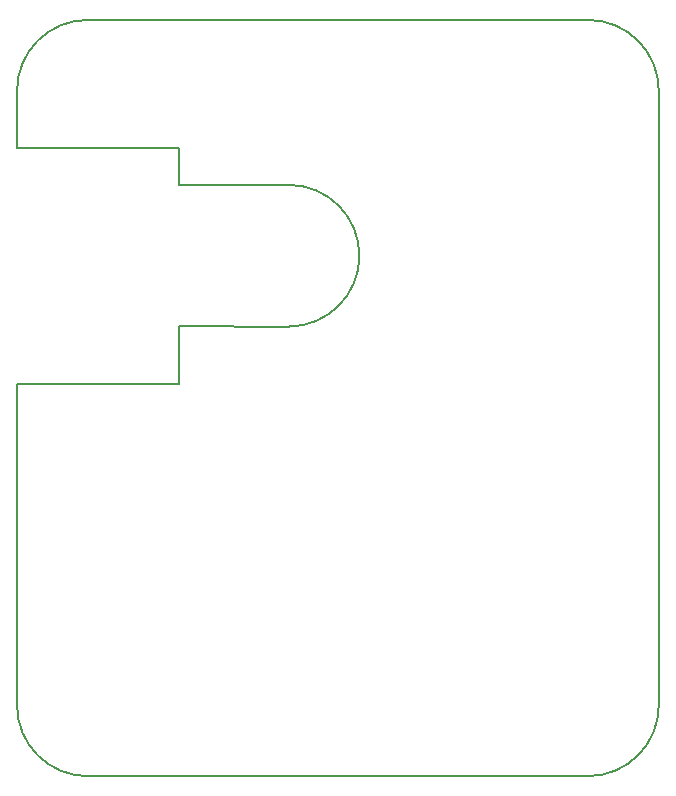
<source format=gm1>
%FSLAX25Y25*%
%MOIN*%
G70*
G01*
G75*
G04 Layer_Color=16711935*
%ADD10R,0.04331X0.06693*%
%ADD11R,0.05315X0.11024*%
%ADD12R,0.03543X0.03150*%
%ADD13O,0.08661X0.02362*%
%ADD14O,0.06496X0.02165*%
%ADD15O,0.02165X0.06496*%
%ADD16R,0.21260X0.21850*%
%ADD17R,0.12008X0.03937*%
%ADD18R,0.21850X0.21260*%
%ADD19R,0.03937X0.12008*%
%ADD20R,0.02362X0.04331*%
%ADD21R,0.03937X0.21654*%
%ADD22R,0.05906X0.13386*%
%ADD23R,0.21654X0.03937*%
%ADD24R,0.13386X0.05906*%
%ADD25R,0.06693X0.04331*%
%ADD26R,0.09646X0.10039*%
%ADD27R,0.03347X0.04134*%
%ADD28R,0.01378X0.03937*%
%ADD29C,0.06000*%
%ADD30R,0.03543X0.02756*%
%ADD31R,0.02756X0.03543*%
%ADD32R,0.21850X0.25590*%
%ADD33R,0.04921X0.12008*%
%ADD34R,0.09449X0.06693*%
%ADD35R,0.03150X0.03543*%
%ADD36C,0.02500*%
%ADD37C,0.02000*%
%ADD38C,0.00800*%
%ADD39C,0.01000*%
%ADD40C,0.01200*%
%ADD41C,0.00600*%
%ADD42C,0.04000*%
%ADD43C,0.01500*%
%ADD44C,0.11811*%
%ADD45O,0.11811X0.05906*%
%ADD46O,0.05906X0.11811*%
%ADD47C,0.05906*%
%ADD48C,0.02000*%
%ADD49C,0.02400*%
%ADD50C,0.33896*%
%ADD51C,0.06337*%
%ADD52C,0.04369*%
%ADD53C,0.14998*%
%ADD54C,0.03600*%
%ADD55R,0.02795X0.05000*%
%ADD56C,0.00984*%
%ADD57C,0.02362*%
%ADD58C,0.01575*%
%ADD59C,0.00787*%
%ADD60R,0.02500X0.02400*%
%ADD61R,0.17100X0.03700*%
%ADD62R,0.07087X0.03743*%
%ADD63R,0.04931X0.07293*%
%ADD64R,0.05915X0.11624*%
%ADD65R,0.04143X0.03750*%
%ADD66O,0.08061X0.01762*%
%ADD67O,0.05296X0.00965*%
%ADD68O,0.00965X0.05296*%
%ADD69R,0.21860X0.22450*%
%ADD70R,0.12608X0.04537*%
%ADD71R,0.22450X0.21860*%
%ADD72R,0.04537X0.12608*%
%ADD73R,0.02962X0.04931*%
%ADD74R,0.03337X0.21054*%
%ADD75R,0.05306X0.12786*%
%ADD76R,0.21054X0.03337*%
%ADD77R,0.12786X0.05306*%
%ADD78R,0.07293X0.04931*%
%ADD79R,0.10246X0.10639*%
%ADD80R,0.03947X0.04734*%
%ADD81R,0.01978X0.04537*%
%ADD82R,0.04143X0.03356*%
%ADD83R,0.03356X0.04143*%
%ADD84R,0.22450X0.26191*%
%ADD85R,0.05521X0.12608*%
%ADD86R,0.08849X0.06093*%
%ADD87R,0.03750X0.04143*%
%ADD88R,0.11400X0.11800*%
%ADD89R,0.11200X0.11600*%
%ADD90O,0.09261X0.02962*%
%ADD91O,0.07096X0.02765*%
%ADD92O,0.02765X0.07096*%
%ADD93R,0.04537X0.22253*%
%ADD94R,0.06506X0.13986*%
%ADD95R,0.22253X0.04537*%
%ADD96R,0.13986X0.06506*%
%ADD97C,0.06600*%
%ADD98R,0.10049X0.07293*%
%ADD99C,0.12411*%
%ADD100O,0.12411X0.06506*%
%ADD101O,0.06506X0.12411*%
%ADD102C,0.06506*%
%ADD103C,0.02600*%
%ADD104R,0.03395X0.05600*%
%ADD105R,0.02195X0.04400*%
D41*
X202917Y229347D02*
G03*
X179295Y252969I-23622J0D01*
G01*
Y881D02*
G03*
X202917Y24503I0J23622D01*
G01*
X-11012D02*
G03*
X12610Y881I23622J0D01*
G01*
X79503Y150744D02*
G03*
X79540Y197988I0J23622D01*
G01*
X12610Y252969D02*
G03*
X-11012Y229347I0J-23622D01*
G01*
X12610Y252969D02*
X179295D01*
X202917Y24503D02*
Y229347D01*
X12610Y881D02*
X179295D01*
X-11012Y24503D02*
Y131453D01*
X42925D01*
Y150801D01*
X79503Y150744D01*
X42925Y197988D02*
X79540D01*
X42925D02*
Y210193D01*
X-11012D02*
X42925D01*
X-11012D02*
Y229347D01*
M02*

</source>
